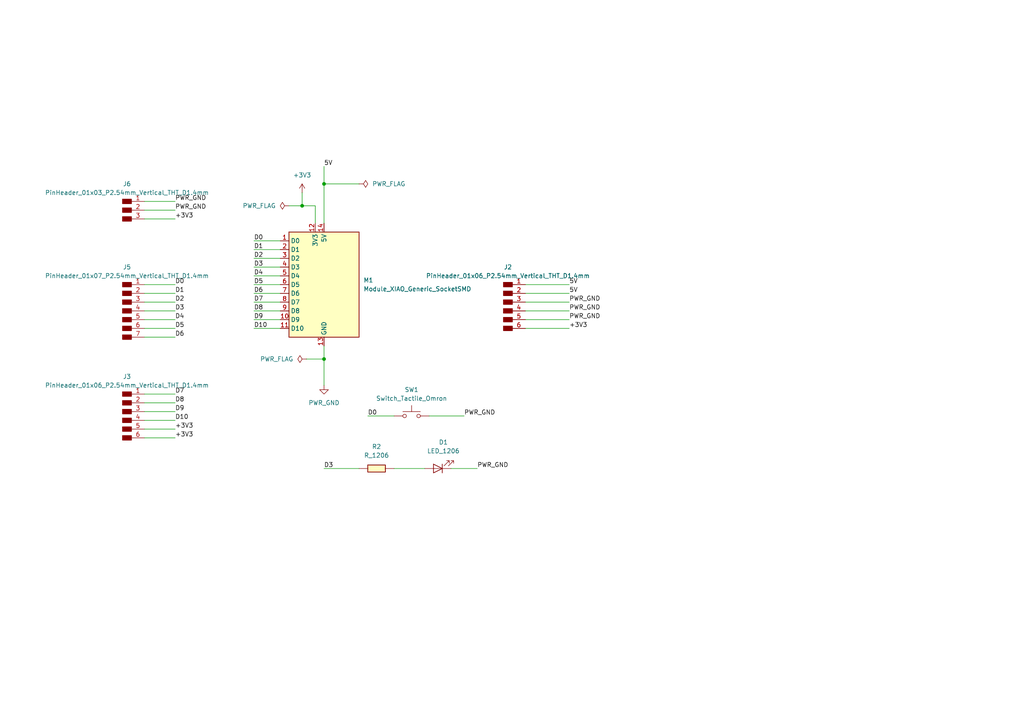
<source format=kicad_sch>
(kicad_sch (version 20250114) (generator "eeschema") (generator_version "9.0")
  (paper "A4")
  (lib_symbols
    (symbol "PCM_fab:LED_1206" (pin_numbers (hide yes)) (pin_names (offset 1.016) (hide yes))
      (property "Reference" "D" (at 0 2.54 0))
      (property "Value" "LED_1206" (at 0 -2.54 0))
      (symbol "LED_1206_0_1"
        (polyline (pts (xy -3.048 -0.762) (xy -4.572 -2.286) (xy -3.81 -2.286) (xy -4.572 -2.286) (xy -4.572 -1.524)))
        (polyline (pts (xy -1.778 -0.762) (xy -3.302 -2.286) (xy -2.54 -2.286) (xy -3.302 -2.286) (xy -3.302 -1.524)))
        (polyline (pts (xy -1.27 0) (xy 1.27 0)))
        (polyline (pts (xy -1.27 -1.27) (xy -1.27 1.27)) (stroke (width 0.2032)))
        (polyline (pts (xy 1.27 -1.27) (xy 1.27 1.27) (xy -1.27 0) (xy 1.27 -1.27)) (stroke (width 0.2032)))
      )
      (symbol "LED_1206_1_1"
        (pin passive line (at -3.81 0 0) (length 2.54) (name "K") (number "1"))
        (pin passive line (at 3.81 0 180) (length 2.54) (name "A") (number "2"))
      )
    )
    (symbol "PCM_fab:Module_XIAO_Generic_SocketSMD"
      (property "Reference" "M" (at -10.16 16.51 0))
      (property "Value" "Module_XIAO_Generic_SocketSMD" (at 1.27 16.51 0))
      (symbol "Module_XIAO_Generic_SocketSMD_1_1"
        (rectangle (start -10.16 15.24) (end 10.16 -15.24) (stroke (width 0.254)) (fill (type background)))
        (pin bidirectional line (at -12.7 12.7 0) (length 2.54) (name "D0") (number "1"))
        (pin bidirectional line (at -12.7 10.16 0) (length 2.54) (name "D1") (number "2"))
        (pin bidirectional line (at -12.7 7.62 0) (length 2.54) (name "D2") (number "3"))
        (pin bidirectional line (at -12.7 5.08 0) (length 2.54) (name "D3") (number "4"))
        (pin bidirectional line (at -12.7 2.54 0) (length 2.54) (name "D4") (number "5"))
        (pin bidirectional line (at -12.7 0 0) (length 2.54) (name "D5") (number "6"))
        (pin bidirectional line (at -12.7 -2.54 0) (length 2.54) (name "D6") (number "7"))
        (pin bidirectional line (at -12.7 -5.08 0) (length 2.54) (name "D7") (number "8"))
        (pin bidirectional line (at -12.7 -7.62 0) (length 2.54) (name "D8") (number "9"))
        (pin bidirectional line (at -12.7 -10.16 0) (length 2.54) (name "D9") (number "10"))
        (pin bidirectional line (at -12.7 -12.7 0) (length 2.54) (name "D10") (number "11"))
        (pin power_in line (at -2.54 17.78 270) (length 2.54) (name "3V3") (number "12"))
        (pin power_in line (at 0 17.78 270) (length 2.54) (name "5V") (number "14"))
        (pin power_in line (at 0 -17.78 90) (length 2.54) (name "GND") (number "13"))
      )
    )
    (symbol "PCM_fab:PWR_FLAG" (power) (pin_numbers (hide yes)) (pin_names (offset 0) (hide yes))
      (property "Value" "PWR_FLAG" (at 0 3.81 0))
      (symbol "PWR_FLAG_0_1"
        (polyline (pts (xy 0 0) (xy 0 1.27) (xy -1.016 1.905) (xy 0 2.54) (xy 1.016 1.905) (xy 0 1.27)))
      )
      (symbol "PWR_FLAG_1_0"
        (pin power_out line (at 0 0 90) (length 0) (name "PWR_FLAG") (number "1"))
      )
    )
    (symbol "PCM_fab:PWR_GND" (power) (pin_names (offset 0))
      (property "Value" "PWR_GND" (at 0 -3.81 0))
      (symbol "PWR_GND_0_1"
        (polyline (pts (xy 0 0) (xy 0 -1.27) (xy 1.27 -1.27) (xy 0 -2.54) (xy -1.27 -1.27) (xy 0 -1.27)))
      )
      (symbol "PWR_GND_1_1"
        (pin power_in line (at 0 0 270) (length 0) (hide yes) (name "PWR_GND") (number "1"))
      )
    )
    (symbol "PCM_fab:PinHeader_01x03_P2.54mm_Vertical_THT_D1.4mm" (pin_names (hide yes))
      (property "Reference" "J" (at 0 5.08 0))
      (property "Value" "PinHeader_01x03_P2.54mm_Vertical_THT_D1.4mm" (at 0 -5.08 0))
      (symbol "PinHeader_01x03_P2.54mm_Vertical_THT_D1.4mm_1_1"
        (rectangle (start -1.27 3.175) (end 1.27 1.905) (stroke (width 0.254)) (fill (type outline)))
        (rectangle (start -1.27 0.635) (end 1.27 -0.635) (stroke (width 0.254)) (fill (type outline)))
        (rectangle (start -1.27 -1.905) (end 1.27 -3.175) (stroke (width 0.254)) (fill (type outline)))
        (pin passive line (at 5.08 2.54 180) (length 3.81) (name "Pin_1") (number "1"))
        (pin passive line (at 5.08 0 180) (length 3.81) (name "Pin_2") (number "2"))
        (pin passive line (at 5.08 -2.54 180) (length 3.81) (name "Pin_3") (number "3"))
      )
    )
    (symbol "PCM_fab:PinHeader_01x06_P2.54mm_Vertical_THT_D1.4mm" (pin_names (hide yes))
      (property "Reference" "J" (at 0 7.62 0))
      (property "Value" "PinHeader_01x06_P2.54mm_Vertical_THT_D1.4mm" (at 0 -10.16 0))
      (symbol "PinHeader_01x06_P2.54mm_Vertical_THT_D1.4mm_1_1"
        (rectangle (start -1.27 5.715) (end 1.27 4.445) (stroke (width 0.254)) (fill (type outline)))
        (rectangle (start -1.27 3.175) (end 1.27 1.905) (stroke (width 0.254)) (fill (type outline)))
        (rectangle (start -1.27 0.635) (end 1.27 -0.635) (stroke (width 0.254)) (fill (type outline)))
        (rectangle (start -1.27 -1.905) (end 1.27 -3.175) (stroke (width 0.254)) (fill (type outline)))
        (rectangle (start -1.27 -4.445) (end 1.27 -5.715) (stroke (width 0.254)) (fill (type outline)))
        (rectangle (start -1.27 -6.985) (end 1.27 -8.255) (stroke (width 0.254)) (fill (type outline)))
        (pin passive line (at 5.08 5.08 180) (length 3.81) (name "Pin_1") (number "1"))
        (pin passive line (at 5.08 2.54 180) (length 3.81) (name "Pin_2") (number "2"))
        (pin passive line (at 5.08 0 180) (length 3.81) (name "Pin_3") (number "3"))
        (pin passive line (at 5.08 -2.54 180) (length 3.81) (name "Pin_4") (number "4"))
        (pin passive line (at 5.08 -5.08 180) (length 3.81) (name "Pin_5") (number "5"))
        (pin passive line (at 5.08 -7.62 180) (length 3.81) (name "Pin_6") (number "6"))
      )
    )
    (symbol "PCM_fab:PinHeader_01x07_P2.54mm_Vertical_THT_D1.4mm" (pin_names (hide yes))
      (property "Reference" "J" (at 0 10.16 0))
      (property "Value" "PinHeader_01x07_P2.54mm_Vertical_THT_D1.4mm" (at 0 -10.16 0))
      (symbol "PinHeader_01x07_P2.54mm_Vertical_THT_D1.4mm_1_1"
        (rectangle (start -1.27 8.255) (end 1.27 6.985) (stroke (width 0.254)) (fill (type outline)))
        (rectangle (start -1.27 5.715) (end 1.27 4.445) (stroke (width 0.254)) (fill (type outline)))
        (rectangle (start -1.27 3.175) (end 1.27 1.905) (stroke (width 0.254)) (fill (type outline)))
        (rectangle (start -1.27 0.635) (end 1.27 -0.635) (stroke (width 0.254)) (fill (type outline)))
        (rectangle (start -1.27 -1.905) (end 1.27 -3.175) (stroke (width 0.254)) (fill (type outline)))
        (rectangle (start -1.27 -4.445) (end 1.27 -5.715) (stroke (width 0.254)) (fill (type outline)))
        (rectangle (start -1.27 -6.985) (end 1.27 -8.255) (stroke (width 0.254)) (fill (type outline)))
        (pin passive line (at 5.08 7.62 180) (length 3.81) (name "Pin_1") (number "1"))
        (pin passive line (at 5.08 5.08 180) (length 3.81) (name "Pin_2") (number "2"))
        (pin passive line (at 5.08 2.54 180) (length 3.81) (name "Pin_3") (number "3"))
        (pin passive line (at 5.08 0 180) (length 3.81) (name "Pin_4") (number "4"))
        (pin passive line (at 5.08 -2.54 180) (length 3.81) (name "Pin_5") (number "5"))
        (pin passive line (at 5.08 -5.08 180) (length 3.81) (name "Pin_6") (number "6"))
        (pin passive line (at 5.08 -7.62 180) (length 3.81) (name "Pin_7") (number "7"))
      )
    )
    (symbol "PCM_fab:R_1206" (pin_numbers (hide yes)) (pin_names (offset 0))
      (property "Reference" "R" (at 2.54 0 90))
      (property "Value" "R_1206" (at -2.54 0 90))
      (symbol "R_1206_0_1"
        (rectangle (start -1.016 -2.54) (end 1.016 2.54) (stroke (width 0.254)) (fill (type background)))
      )
      (symbol "R_1206_1_1"
        (pin passive line (at 0 5.08 270) (length 2.54) (name "~") (number "1"))
        (pin passive line (at 0 -5.08 90) (length 2.54) (name "~") (number "2"))
      )
    )
    (symbol "PCM_fab:Switch_Tactile_Omron" (pin_numbers (hide yes)) (pin_names (offset 1.016) (hide yes))
      (property "Reference" "SW" (at 1.27 2.54 0))
      (property "Value" "Switch_Tactile_Omron" (at 0 -1.524 0))
      (symbol "Switch_Tactile_Omron_0_1"
        (circle (center -2.032 0) (radius 0.508))
        (polyline (pts (xy 0 1.27) (xy 0 3.048)))
        (circle (center 2.032 0) (radius 0.508))
        (polyline (pts (xy 2.54 1.27) (xy -2.54 1.27)))
        (pin passive line (at -5.08 0 0) (length 2.54) (name "1") (number "1"))
        (pin passive line (at 5.08 0 180) (length 2.54) (name "2") (number "2"))
      )
    )
    (symbol "power:+3V3" (power) (pin_numbers (hide yes)) (pin_names (offset 0) (hide yes))
      (property "Value" "+3V3" (at 0 3.556 0))
      (symbol "+3V3_0_1"
        (polyline (pts (xy -0.762 1.27) (xy 0 2.54)))
        (polyline (pts (xy 0 2.54) (xy 0.762 1.27)))
        (polyline (pts (xy 0 0) (xy 0 2.54)))
      )
      (symbol "+3V3_1_1"
        (pin power_in line (at 0 0 90) (length 0) (name "~") (number "1"))
      )
    )
  )
  (junction (at 87.63 59.69))
  (junction (at 93.98 104.14))
  (junction (at 93.98 53.34))
  (wire (pts (xy 41.91 58.42) (xy 50.8 58.42)))
  (wire (pts (xy 73.66 87.63) (xy 81.28 87.63)))
  (wire (pts (xy 41.91 119.38) (xy 50.8 119.38)))
  (wire (pts (xy 93.98 53.34) (xy 93.98 64.77)))
  (wire (pts (xy 88.9 104.14) (xy 93.98 104.14)))
  (wire (pts (xy 152.4 87.63) (xy 165.1 87.63)))
  (wire (pts (xy 73.66 74.93) (xy 81.28 74.93)))
  (wire (pts (xy 152.4 95.25) (xy 165.1 95.25)))
  (wire (pts (xy 114.3 135.89) (xy 123.19 135.89)))
  (wire (pts (xy 73.66 72.39) (xy 81.28 72.39)))
  (wire (pts (xy 138.43 135.89) (xy 130.81 135.89)))
  (wire (pts (xy 41.91 127) (xy 50.8 127)))
  (wire (pts (xy 73.66 92.71) (xy 81.28 92.71)))
  (wire (pts (xy 73.66 90.17) (xy 81.28 90.17)))
  (wire (pts (xy 41.91 121.92) (xy 50.8 121.92)))
  (wire (pts (xy 93.98 48.26) (xy 93.98 53.34)))
  (wire (pts (xy 41.91 85.09) (xy 50.8 85.09)))
  (wire (pts (xy 41.91 97.79) (xy 50.8 97.79)))
  (wire (pts (xy 152.4 92.71) (xy 165.1 92.71)))
  (wire (pts (xy 73.66 85.09) (xy 81.28 85.09)))
  (wire (pts (xy 41.91 60.96) (xy 50.8 60.96)))
  (wire (pts (xy 93.98 100.33) (xy 93.98 104.14)))
  (wire (pts (xy 41.91 87.63) (xy 50.8 87.63)))
  (wire (pts (xy 106.68 120.65) (xy 114.3 120.65)))
  (wire (pts (xy 124.46 120.65) (xy 134.62 120.65)))
  (wire (pts (xy 41.91 116.84) (xy 50.8 116.84)))
  (wire (pts (xy 83.82 59.69) (xy 87.63 59.69)))
  (wire (pts (xy 87.63 59.69) (xy 91.44 59.69)))
  (wire (pts (xy 73.66 77.47) (xy 81.28 77.47)))
  (wire (pts (xy 41.91 90.17) (xy 50.8 90.17)))
  (wire (pts (xy 87.63 55.88) (xy 87.63 59.69)))
  (wire (pts (xy 152.4 82.55) (xy 165.1 82.55)))
  (wire (pts (xy 73.66 80.01) (xy 81.28 80.01)))
  (wire (pts (xy 41.91 95.25) (xy 50.8 95.25)))
  (wire (pts (xy 41.91 114.3) (xy 50.8 114.3)))
  (wire (pts (xy 104.14 135.89) (xy 93.98 135.89)))
  (wire (pts (xy 73.66 69.85) (xy 81.28 69.85)))
  (wire (pts (xy 41.91 82.55) (xy 50.8 82.55)))
  (wire (pts (xy 41.91 63.5) (xy 50.8 63.5)))
  (wire (pts (xy 152.4 90.17) (xy 165.1 90.17)))
  (wire (pts (xy 91.44 64.77) (xy 91.44 59.69)))
  (wire (pts (xy 152.4 85.09) (xy 165.1 85.09)))
  (wire (pts (xy 73.66 95.25) (xy 81.28 95.25)))
  (wire (pts (xy 41.91 124.46) (xy 50.8 124.46)))
  (wire (pts (xy 93.98 53.34) (xy 104.14 53.34)))
  (wire (pts (xy 93.98 104.14) (xy 93.98 111.76)))
  (wire (pts (xy 41.91 92.71) (xy 50.8 92.71)))
  (wire (pts (xy 73.66 82.55) (xy 81.28 82.55)))
  (label "PWR_GND" (at 134.62 120.65 0))
  (label "D8" (at 50.8 116.84 0))
  (label "+3V3" (at 50.8 127 0))
  (label "D9" (at 50.8 119.38 0))
  (label "D7" (at 73.66 87.63 0))
  (label "PWR_GND" (at 50.8 60.96 0))
  (label "PWR_GND" (at 165.1 92.71 0))
  (label "D1" (at 50.8 85.09 0))
  (label "PWR_GND" (at 165.1 90.17 0))
  (label "D9" (at 73.66 92.71 0))
  (label "D0" (at 73.66 69.85 0))
  (label "D0" (at 50.8 82.55 0))
  (label "D2" (at 73.66 74.93 0))
  (label "PWR_GND" (at 50.8 58.42 0))
  (label "D3" (at 50.8 90.17 0))
  (label "5V" (at 165.1 85.09 0))
  (label "D3" (at 73.66 77.47 0))
  (label "D0" (at 106.68 120.65 0))
  (label "5V" (at 165.1 82.55 0))
  (label "D3" (at 93.98 135.89 0))
  (label "PWR_GND" (at 138.43 135.89 0))
  (label "D6" (at 50.8 97.79 0))
  (label "D5" (at 50.8 95.25 0))
  (label "D6" (at 73.66 85.09 0))
  (label "D10" (at 50.8 121.92 0))
  (label "D10" (at 73.66 95.25 0))
  (label "D8" (at 73.66 90.17 0))
  (label "PWR_GND" (at 165.1 87.63 0))
  (label "D1" (at 73.66 72.39 0))
  (label "D4" (at 50.8 92.71 0))
  (label "D7" (at 50.8 114.3 0))
  (label "+3V3" (at 50.8 63.5 0))
  (label "+3V3" (at 165.1 95.25 0))
  (label "D2" (at 50.8 87.63 0))
  (label "D4" (at 73.66 80.01 0))
  (label "5V" (at 93.98 48.26 0))
  (label "+3V3" (at 50.8 124.46 0))
  (label "D5" (at 73.66 82.55 0))
  (symbol (lib_id "PCM_fab:PinHeader_01x03_P2.54mm_Vertical_THT_D1.4mm") (at 36.83 60.96 0) (unit 1)
    (property "Reference" "J6" (at 36.83 53.34 0))
    (property "Value" "PinHeader_01x03_P2.54mm_Vertical_THT_D1.4mm" (at 36.83 55.88 0))
    (property "Footprint" "PCM_fab:PinHeader_01x03_P2.54mm_Vertical_THT_D1.4mm" (effects (hide yes)))
    (property "Description" "Male connector, single row" (effects (hide yes)))
  )
  (symbol (lib_id "PCM_fab:LED_1206") (at 127 135.89 180) (unit 1)
    (property "Reference" "D1" (at 128.6002 128.27 0))
    (property "Value" "LED_1206" (at 128.6002 130.81 0))
    (property "Footprint" "PCM_fab:LED_1206" (effects (hide yes)))
    (property "Datasheet" "https://optoelectronics.liteon.com/upload/download/DS-22-98-0002/LTST-C150CKT.pdf" (effects (hide yes)))
    (property "Description" "Light emitting diode, Lite-On Inc. LTST, SMD" (effects (hide yes)))
  )
  (symbol (lib_id "PCM_fab:PWR_FLAG") (at 83.82 59.69 90) (unit 1)
    (property "Reference" "#FLG01" (effects (hide yes)))
    (property "Value" "PWR_FLAG" (at 80.01 59.6899 90) (effects (justify left)))
    (property "Description" "Special symbol for telling ERC where power comes from" (effects (hide yes)))
  )
  (symbol (lib_id "power:+3V3") (at 87.63 55.88 0) (unit 1)
    (property "Reference" "#PWR02" (effects (hide yes)))
    (property "Value" "+3V3" (at 87.63 50.8 0))
    (property "Description" "Power symbol creates a global label with name \"+3V3\"" (effects (hide yes)))
  )
  (symbol (lib_id "PCM_fab:Switch_Tactile_Omron") (at 119.38 120.65 0) (unit 1)
    (property "Reference" "SW1" (at 119.38 113.03 0))
    (property "Value" "Switch_Tactile_Omron" (at 119.38 115.57 0))
    (property "Footprint" "PCM_fab:Button_Omron_B3SN_6.0x6.0mm" (effects (hide yes)))
    (property "Datasheet" "https://omronfs.omron.com/en_US/ecb/products/pdf/en-b3sn.pdf" (effects (hide yes)))
    (property "Description" "Push button switch, Omron, B3SN, Sealed Tactile Switch (SMT), SPST-NO Top Actuated Surface Mount" (effects (hide yes)))
  )
  (symbol (lib_id "PCM_fab:PinHeader_01x06_P2.54mm_Vertical_THT_D1.4mm") (at 36.83 119.38 0) (unit 1)
    (property "Reference" "J3" (at 36.83 109.22 0))
    (property "Value" "PinHeader_01x06_P2.54mm_Vertical_THT_D1.4mm" (at 36.83 111.76 0))
    (property "Footprint" "PCM_fab:PinHeader_01x06_P2.54mm_Vertical_THT_D1.4mm" (effects (hide yes)))
    (property "Datasheet" "https://media.digikey.com/PDF/Data%20Sheets/Sullins%20PDFs/xRxCzzzSxxN-RC_ST_11635-B.pdf" (effects (hide yes)))
    (property "Description" "Connector Header Through Hole 6 positions 0.100\" (2.54mm)" (effects (hide yes)))
  )
  (symbol (lib_id "PCM_fab:PinHeader_01x06_P2.54mm_Vertical_THT_D1.4mm") (at 147.32 87.63 0) (unit 1)
    (property "Reference" "J2" (at 147.32 77.47 0))
    (property "Value" "PinHeader_01x06_P2.54mm_Vertical_THT_D1.4mm" (at 147.32 80.01 0))
    (property "Footprint" "PCM_fab:PinHeader_01x06_P2.54mm_Vertical_THT_D1.4mm" (effects (hide yes)))
    (property "Datasheet" "https://media.digikey.com/PDF/Data%20Sheets/Sullins%20PDFs/xRxCzzzSxxN-RC_ST_11635-B.pdf" (effects (hide yes)))
    (property "Description" "Connector Header Through Hole 6 positions 0.100\" (2.54mm)" (effects (hide yes)))
  )
  (symbol (lib_id "PCM_fab:PWR_GND") (at 93.98 111.76 0) (unit 1)
    (property "Reference" "#PWR01" (effects (hide yes)))
    (property "Value" "PWR_GND" (at 93.98 116.84 0))
    (property "Description" "Power symbol creates a global label with name \"GND\" , ground" (effects (hide yes)))
  )
  (symbol (lib_id "PCM_fab:R_1206") (at 109.22 135.89 90) (unit 1)
    (property "Reference" "R2" (at 109.22 129.54 90))
    (property "Value" "R_1206" (at 109.22 132.08 90))
    (property "Footprint" "PCM_fab:R_1206" (effects (hide yes)))
    (property "Description" "Resistor" (effects (hide yes)))
  )
  (symbol (lib_id "PCM_fab:PWR_FLAG") (at 88.9 104.14 90) (unit 1)
    (property "Reference" "#FLG03" (effects (hide yes)))
    (property "Value" "PWR_FLAG" (at 85.09 104.1399 90) (effects (justify left)))
    (property "Description" "Special symbol for telling ERC where power comes from" (effects (hide yes)))
  )
  (symbol (lib_id "PCM_fab:PWR_FLAG") (at 104.14 53.34 270) (unit 1)
    (property "Reference" "#FLG02" (effects (hide yes)))
    (property "Value" "PWR_FLAG" (at 107.95 53.3399 90) (effects (justify left)))
    (property "Description" "Special symbol for telling ERC where power comes from" (effects (hide yes)))
  )
  (symbol (lib_id "PCM_fab:Module_XIAO_Generic_SocketSMD") (at 93.98 82.55 0) (unit 1)
    (property "Reference" "M1" (at 105.41 81.2799 0) (effects (justify left)))
    (property "Value" "Module_XIAO_Generic_SocketSMD" (at 105.41 83.8199 0) (effects (justify left)))
    (property "Footprint" "PCM_fab:Module_XIAO_Generic_SocketSMD" (effects (hide yes)))
    (property "Datasheet" "https://wiki.seeedstudio.com/xiao_topic_page/" (effects (hide yes)))
    (property "Description" "The Seeed Studio XIAO series, named after the Chinese word for \"small,\" comprises tiny development boards based on various hardware platforms of ESP32, SAMD21, RP2040, nRF52840, RP2350 and RA4M1, MG24" (effects (hide yes)))
  )
  (symbol (lib_id "PCM_fab:PinHeader_01x07_P2.54mm_Vertical_THT_D1.4mm") (at 36.83 90.17 0) (unit 1)
    (property "Reference" "J5" (at 36.83 77.47 0))
    (property "Value" "PinHeader_01x07_P2.54mm_Vertical_THT_D1.4mm" (at 36.83 80.01 0))
    (property "Footprint" "PCM_fab:PinHeader_01x07_P2.54mm_Vertical_THT_D1.4mm" (effects (hide yes)))
    (property "Datasheet" "https://media.digikey.com/PDF/Data%20Sheets/Sullins%20PDFs/xRxCzzzSxxN-RC_ST_11635-B.pdf" (effects (hide yes)))
    (property "Description" "Connector Header Through Hole 7 positions 0.100\" (2.54mm)" (effects (hide yes)))
  )
)
</source>
